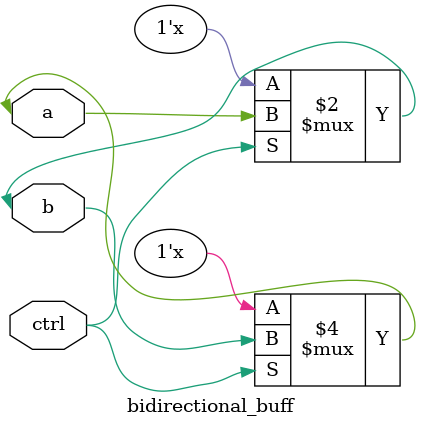
<source format=v>
module bidirectional_buff(a,ctrl,b);
   inout a,b;
   input ctrl;
   assign b= (ctrl==1)? a:1'bz;
   assign a= (ctrl==1)? b:1'bz;
endmodule

</source>
